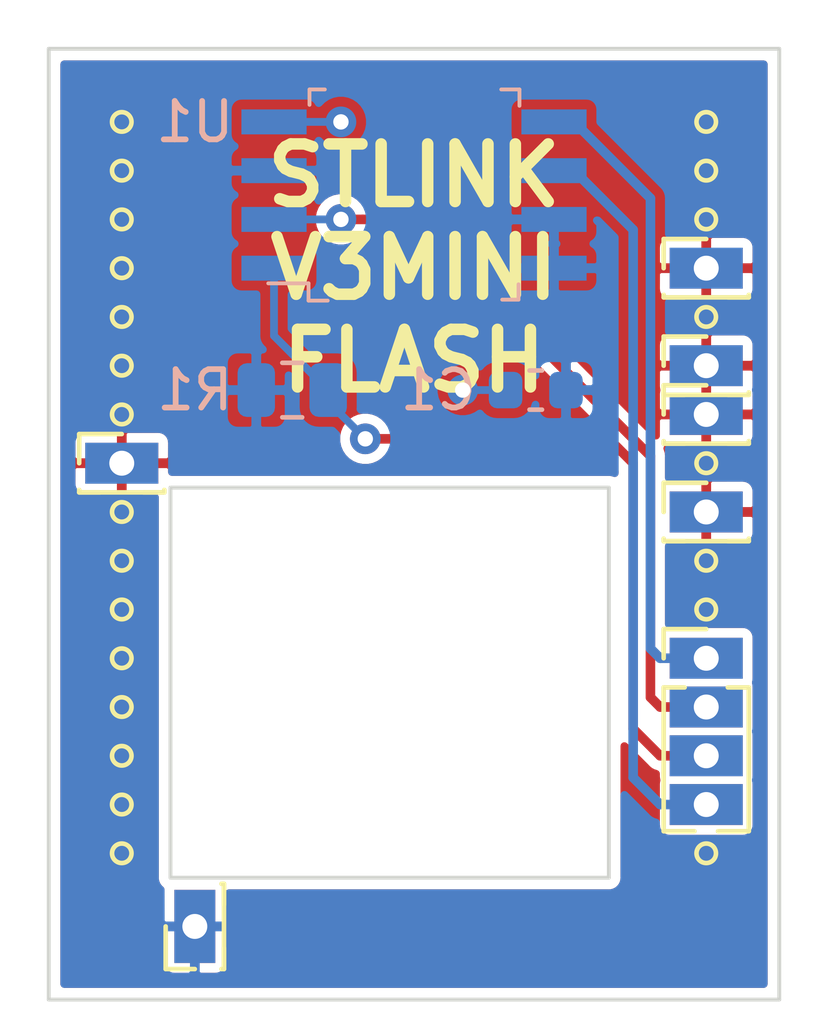
<source format=kicad_pcb>
(kicad_pcb (version 20171130) (host pcbnew 5.1.4+dfsg1-1~bpo10+1)

  (general
    (thickness 1.6)
    (drawings 32)
    (tracks 33)
    (zones 0)
    (modules 10)
    (nets 7)
  )

  (page A4)
  (layers
    (0 F.Cu signal)
    (31 B.Cu signal)
    (32 B.Adhes user)
    (33 F.Adhes user)
    (34 B.Paste user)
    (35 F.Paste user)
    (36 B.SilkS user)
    (37 F.SilkS user)
    (38 B.Mask user)
    (39 F.Mask user)
    (40 Dwgs.User user)
    (41 Cmts.User user)
    (42 Eco1.User user)
    (43 Eco2.User user)
    (44 Edge.Cuts user)
    (45 Margin user)
    (46 B.CrtYd user)
    (47 F.CrtYd user)
    (48 B.Fab user)
    (49 F.Fab user hide)
  )

  (setup
    (last_trace_width 0.25)
    (user_trace_width 0.2032)
    (trace_clearance 0.2)
    (zone_clearance 0.254)
    (zone_45_only no)
    (trace_min 0.2)
    (via_size 0.8)
    (via_drill 0.4)
    (via_min_size 0.4)
    (via_min_drill 0.3)
    (uvia_size 0.3)
    (uvia_drill 0.1)
    (uvias_allowed no)
    (uvia_min_size 0.2)
    (uvia_min_drill 0.1)
    (edge_width 0.05)
    (segment_width 0.2)
    (pcb_text_width 0.3)
    (pcb_text_size 1.5 1.5)
    (mod_edge_width 0.12)
    (mod_text_size 1 1)
    (mod_text_width 0.15)
    (pad_size 1.905 1.0668)
    (pad_drill 0.65)
    (pad_to_mask_clearance 0.051)
    (solder_mask_min_width 0.25)
    (aux_axis_origin 0 0)
    (visible_elements 7FFFFFFF)
    (pcbplotparams
      (layerselection 0x010f0_ffffffff)
      (usegerberextensions false)
      (usegerberattributes false)
      (usegerberadvancedattributes false)
      (creategerberjobfile false)
      (excludeedgelayer true)
      (linewidth 0.100000)
      (plotframeref false)
      (viasonmask false)
      (mode 1)
      (useauxorigin false)
      (hpglpennumber 1)
      (hpglpenspeed 20)
      (hpglpendiameter 15.000000)
      (psnegative false)
      (psa4output false)
      (plotreference true)
      (plotvalue true)
      (plotinvisibletext false)
      (padsonsilk false)
      (subtractmaskfromsilk false)
      (outputformat 1)
      (mirror false)
      (drillshape 0)
      (scaleselection 1)
      (outputdirectory "gerber"))
  )

  (net 0 "")
  (net 1 GND)
  (net 2 +3V3)
  (net 3 /SPI4_SCK)
  (net 4 /~FLASH_CS~)
  (net 5 /SPI4_MISO)
  (net 6 /SPI4_MOSI)

  (net_class Default "This is the default net class."
    (clearance 0.2)
    (trace_width 0.25)
    (via_dia 0.8)
    (via_drill 0.4)
    (uvia_dia 0.3)
    (uvia_drill 0.1)
    (add_net +3V3)
    (add_net /SPI4_MISO)
    (add_net /SPI4_MOSI)
    (add_net /SPI4_SCK)
    (add_net /~FLASH_CS~)
    (add_net GND)
  )

  (module Connector_PinHeader_1.27mm:PinHeader_1x01_P1.27mm_Vertical (layer F.Cu) (tedit 5F033DAF) (tstamp 5F034452)
    (at 85.09 65.405 90)
    (descr "Through hole straight pin header, 1x01, 1.27mm pitch, single row")
    (tags "Through hole pin header THT 1x01 1.27mm single row")
    (path /5F063D51)
    (fp_text reference J3 (at 0 -1.695 180) (layer F.SilkS) hide
      (effects (font (size 1 1) (thickness 0.15)))
    )
    (fp_text value Conn_01x01 (at 0 1.695 90) (layer F.Fab)
      (effects (font (size 1 1) (thickness 0.15)))
    )
    (fp_text user %R (at 0 0) (layer F.Fab)
      (effects (font (size 1 1) (thickness 0.15)))
    )
    (fp_line (start 1.55 -1.15) (end -1.55 -1.15) (layer F.CrtYd) (width 0.05))
    (fp_line (start 1.55 1.15) (end 1.55 -1.15) (layer F.CrtYd) (width 0.05))
    (fp_line (start -1.55 1.15) (end 1.55 1.15) (layer F.CrtYd) (width 0.05))
    (fp_line (start -1.55 -1.15) (end -1.55 1.15) (layer F.CrtYd) (width 0.05))
    (fp_line (start -1.11 -0.76) (end 0 -0.76) (layer F.SilkS) (width 0.12))
    (fp_line (start -1.11 0) (end -1.11 -0.76) (layer F.SilkS) (width 0.12))
    (fp_line (start 0.563471 0.76) (end 1.11 0.76) (layer F.SilkS) (width 0.12))
    (fp_line (start -1.11 0.76) (end -0.563471 0.76) (layer F.SilkS) (width 0.12))
    (fp_line (start 1.11 0.76) (end 1.11 0.695) (layer F.SilkS) (width 0.12))
    (fp_line (start -1.11 0.76) (end -1.11 0.695) (layer F.SilkS) (width 0.12))
    (fp_line (start -1.11 0.76) (end 1.11 0.76) (layer F.SilkS) (width 0.12))
    (fp_line (start -1.05 -0.11) (end -0.525 -0.635) (layer F.Fab) (width 0.1))
    (fp_line (start -1.05 0.635) (end -1.05 -0.11) (layer F.Fab) (width 0.1))
    (fp_line (start 1.05 0.635) (end -1.05 0.635) (layer F.Fab) (width 0.1))
    (fp_line (start 1.05 -0.635) (end 1.05 0.635) (layer F.Fab) (width 0.1))
    (fp_line (start -0.525 -0.635) (end 1.05 -0.635) (layer F.Fab) (width 0.1))
    (pad 1 thru_hole rect (at 0 0 90) (size 1.905 1.0668) (drill 0.65) (layers *.Cu *.Mask)
      (net 2 +3V3))
    (model ${KISYS3DMOD}/Connector_PinHeader_1.27mm.3dshapes/PinHeader_1x01_P1.27mm_Vertical.wrl
      (at (xyz 0 0 0))
      (scale (xyz 1 1 1))
      (rotate (xyz 0 0 0))
    )
  )

  (module Connector_PinHeader_1.27mm:PinHeader_1x01_P1.27mm_Vertical (layer F.Cu) (tedit 5F033DA0) (tstamp 5F03324F)
    (at 83.185 53.34)
    (descr "Through hole straight pin header, 1x01, 1.27mm pitch, single row")
    (tags "Through hole pin header THT 1x01 1.27mm single row")
    (path /5F05103E)
    (fp_text reference J9 (at 0 -1.695) (layer F.SilkS) hide
      (effects (font (size 1 1) (thickness 0.15)))
    )
    (fp_text value Conn_01x01 (at 0 1.695) (layer F.Fab)
      (effects (font (size 1 1) (thickness 0.15)))
    )
    (fp_text user %R (at 0 0 90) (layer F.Fab)
      (effects (font (size 1 1) (thickness 0.15)))
    )
    (fp_line (start 1.55 -1.15) (end -1.55 -1.15) (layer F.CrtYd) (width 0.05))
    (fp_line (start 1.55 1.15) (end 1.55 -1.15) (layer F.CrtYd) (width 0.05))
    (fp_line (start -1.55 1.15) (end 1.55 1.15) (layer F.CrtYd) (width 0.05))
    (fp_line (start -1.55 -1.15) (end -1.55 1.15) (layer F.CrtYd) (width 0.05))
    (fp_line (start -1.11 -0.76) (end 0 -0.76) (layer F.SilkS) (width 0.12))
    (fp_line (start -1.11 0) (end -1.11 -0.76) (layer F.SilkS) (width 0.12))
    (fp_line (start 0.563471 0.76) (end 1.11 0.76) (layer F.SilkS) (width 0.12))
    (fp_line (start -1.11 0.76) (end -0.563471 0.76) (layer F.SilkS) (width 0.12))
    (fp_line (start 1.11 0.76) (end 1.11 0.695) (layer F.SilkS) (width 0.12))
    (fp_line (start -1.11 0.76) (end -1.11 0.695) (layer F.SilkS) (width 0.12))
    (fp_line (start -1.11 0.76) (end 1.11 0.76) (layer F.SilkS) (width 0.12))
    (fp_line (start -1.05 -0.11) (end -0.525 -0.635) (layer F.Fab) (width 0.1))
    (fp_line (start -1.05 0.635) (end -1.05 -0.11) (layer F.Fab) (width 0.1))
    (fp_line (start 1.05 0.635) (end -1.05 0.635) (layer F.Fab) (width 0.1))
    (fp_line (start 1.05 -0.635) (end 1.05 0.635) (layer F.Fab) (width 0.1))
    (fp_line (start -0.525 -0.635) (end 1.05 -0.635) (layer F.Fab) (width 0.1))
    (pad 1 thru_hole rect (at 0 0) (size 1.905 1.0668) (drill 0.65) (layers *.Cu *.Mask)
      (net 1 GND))
    (model ${KISYS3DMOD}/Connector_PinHeader_1.27mm.3dshapes/PinHeader_1x01_P1.27mm_Vertical.wrl
      (at (xyz 0 0 0))
      (scale (xyz 1 1 1))
      (rotate (xyz 0 0 0))
    )
  )

  (module Connector_PinHeader_1.27mm:PinHeader_1x01_P1.27mm_Vertical (layer F.Cu) (tedit 5F033D6B) (tstamp 5F033210)
    (at 98.425 52.07)
    (descr "Through hole straight pin header, 1x01, 1.27mm pitch, single row")
    (tags "Through hole pin header THT 1x01 1.27mm single row")
    (path /5F050BC8)
    (fp_text reference J8 (at 0 -1.695) (layer F.SilkS) hide
      (effects (font (size 1 1) (thickness 0.15)))
    )
    (fp_text value Conn_01x01 (at 0 1.695) (layer F.Fab)
      (effects (font (size 1 1) (thickness 0.15)))
    )
    (fp_text user %R (at 0 0 90) (layer F.Fab)
      (effects (font (size 1 1) (thickness 0.15)))
    )
    (fp_line (start 1.55 -1.15) (end -1.55 -1.15) (layer F.CrtYd) (width 0.05))
    (fp_line (start 1.55 1.15) (end 1.55 -1.15) (layer F.CrtYd) (width 0.05))
    (fp_line (start -1.55 1.15) (end 1.55 1.15) (layer F.CrtYd) (width 0.05))
    (fp_line (start -1.55 -1.15) (end -1.55 1.15) (layer F.CrtYd) (width 0.05))
    (fp_line (start -1.11 -0.76) (end 0 -0.76) (layer F.SilkS) (width 0.12))
    (fp_line (start -1.11 0) (end -1.11 -0.76) (layer F.SilkS) (width 0.12))
    (fp_line (start 0.563471 0.76) (end 1.11 0.76) (layer F.SilkS) (width 0.12))
    (fp_line (start -1.11 0.76) (end -0.563471 0.76) (layer F.SilkS) (width 0.12))
    (fp_line (start 1.11 0.76) (end 1.11 0.695) (layer F.SilkS) (width 0.12))
    (fp_line (start -1.11 0.76) (end -1.11 0.695) (layer F.SilkS) (width 0.12))
    (fp_line (start -1.11 0.76) (end 1.11 0.76) (layer F.SilkS) (width 0.12))
    (fp_line (start -1.05 -0.11) (end -0.525 -0.635) (layer F.Fab) (width 0.1))
    (fp_line (start -1.05 0.635) (end -1.05 -0.11) (layer F.Fab) (width 0.1))
    (fp_line (start 1.05 0.635) (end -1.05 0.635) (layer F.Fab) (width 0.1))
    (fp_line (start 1.05 -0.635) (end 1.05 0.635) (layer F.Fab) (width 0.1))
    (fp_line (start -0.525 -0.635) (end 1.05 -0.635) (layer F.Fab) (width 0.1))
    (pad 1 thru_hole rect (at 0 0) (size 1.905 1.0668) (drill 0.65) (layers *.Cu *.Mask)
      (net 1 GND))
    (model ${KISYS3DMOD}/Connector_PinHeader_1.27mm.3dshapes/PinHeader_1x01_P1.27mm_Vertical.wrl
      (at (xyz 0 0 0))
      (scale (xyz 1 1 1))
      (rotate (xyz 0 0 0))
    )
  )

  (module Connector_PinHeader_1.27mm:PinHeader_1x01_P1.27mm_Vertical (layer F.Cu) (tedit 5F033D7D) (tstamp 5F03330C)
    (at 98.425 50.8)
    (descr "Through hole straight pin header, 1x01, 1.27mm pitch, single row")
    (tags "Through hole pin header THT 1x01 1.27mm single row")
    (path /5F05078E)
    (fp_text reference J7 (at 0 -1.695) (layer F.SilkS) hide
      (effects (font (size 1 1) (thickness 0.15)))
    )
    (fp_text value Conn_01x01 (at 0 1.695) (layer F.Fab)
      (effects (font (size 1 1) (thickness 0.15)))
    )
    (fp_text user %R (at 0 0 90) (layer F.Fab)
      (effects (font (size 1 1) (thickness 0.15)))
    )
    (fp_line (start 1.55 -1.15) (end -1.55 -1.15) (layer F.CrtYd) (width 0.05))
    (fp_line (start 1.55 1.15) (end 1.55 -1.15) (layer F.CrtYd) (width 0.05))
    (fp_line (start -1.55 1.15) (end 1.55 1.15) (layer F.CrtYd) (width 0.05))
    (fp_line (start -1.55 -1.15) (end -1.55 1.15) (layer F.CrtYd) (width 0.05))
    (fp_line (start -1.11 -0.76) (end 0 -0.76) (layer F.SilkS) (width 0.12))
    (fp_line (start -1.11 0) (end -1.11 -0.76) (layer F.SilkS) (width 0.12))
    (fp_line (start 0.563471 0.76) (end 1.11 0.76) (layer F.SilkS) (width 0.12))
    (fp_line (start -1.11 0.76) (end -0.563471 0.76) (layer F.SilkS) (width 0.12))
    (fp_line (start 1.11 0.76) (end 1.11 0.695) (layer F.SilkS) (width 0.12))
    (fp_line (start -1.11 0.76) (end -1.11 0.695) (layer F.SilkS) (width 0.12))
    (fp_line (start -1.11 0.76) (end 1.11 0.76) (layer F.SilkS) (width 0.12))
    (fp_line (start -1.05 -0.11) (end -0.525 -0.635) (layer F.Fab) (width 0.1))
    (fp_line (start -1.05 0.635) (end -1.05 -0.11) (layer F.Fab) (width 0.1))
    (fp_line (start 1.05 0.635) (end -1.05 0.635) (layer F.Fab) (width 0.1))
    (fp_line (start 1.05 -0.635) (end 1.05 0.635) (layer F.Fab) (width 0.1))
    (fp_line (start -0.525 -0.635) (end 1.05 -0.635) (layer F.Fab) (width 0.1))
    (pad 1 thru_hole rect (at 0 0) (size 1.905 1.0668) (drill 0.65) (layers *.Cu *.Mask)
      (net 1 GND))
    (model ${KISYS3DMOD}/Connector_PinHeader_1.27mm.3dshapes/PinHeader_1x01_P1.27mm_Vertical.wrl
      (at (xyz 0 0 0))
      (scale (xyz 1 1 1))
      (rotate (xyz 0 0 0))
    )
  )

  (module Connector_PinHeader_1.27mm:PinHeader_1x01_P1.27mm_Vertical (layer F.Cu) (tedit 5F033D59) (tstamp 5F0332CD)
    (at 98.425 54.61)
    (descr "Through hole straight pin header, 1x01, 1.27mm pitch, single row")
    (tags "Through hole pin header THT 1x01 1.27mm single row")
    (path /5F0502A2)
    (fp_text reference J6 (at 0 -1.695) (layer F.SilkS) hide
      (effects (font (size 1 1) (thickness 0.15)))
    )
    (fp_text value Conn_01x01 (at 0 1.695) (layer F.Fab)
      (effects (font (size 1 1) (thickness 0.15)))
    )
    (fp_text user %R (at 0 0 90) (layer F.Fab)
      (effects (font (size 1 1) (thickness 0.15)))
    )
    (fp_line (start 1.55 -1.15) (end -1.55 -1.15) (layer F.CrtYd) (width 0.05))
    (fp_line (start 1.55 1.15) (end 1.55 -1.15) (layer F.CrtYd) (width 0.05))
    (fp_line (start -1.55 1.15) (end 1.55 1.15) (layer F.CrtYd) (width 0.05))
    (fp_line (start -1.55 -1.15) (end -1.55 1.15) (layer F.CrtYd) (width 0.05))
    (fp_line (start -1.11 -0.76) (end 0 -0.76) (layer F.SilkS) (width 0.12))
    (fp_line (start -1.11 0) (end -1.11 -0.76) (layer F.SilkS) (width 0.12))
    (fp_line (start 0.563471 0.76) (end 1.11 0.76) (layer F.SilkS) (width 0.12))
    (fp_line (start -1.11 0.76) (end -0.563471 0.76) (layer F.SilkS) (width 0.12))
    (fp_line (start 1.11 0.76) (end 1.11 0.695) (layer F.SilkS) (width 0.12))
    (fp_line (start -1.11 0.76) (end -1.11 0.695) (layer F.SilkS) (width 0.12))
    (fp_line (start -1.11 0.76) (end 1.11 0.76) (layer F.SilkS) (width 0.12))
    (fp_line (start -1.05 -0.11) (end -0.525 -0.635) (layer F.Fab) (width 0.1))
    (fp_line (start -1.05 0.635) (end -1.05 -0.11) (layer F.Fab) (width 0.1))
    (fp_line (start 1.05 0.635) (end -1.05 0.635) (layer F.Fab) (width 0.1))
    (fp_line (start 1.05 -0.635) (end 1.05 0.635) (layer F.Fab) (width 0.1))
    (fp_line (start -0.525 -0.635) (end 1.05 -0.635) (layer F.Fab) (width 0.1))
    (pad 1 thru_hole rect (at 0 0) (size 1.905 1.0668) (drill 0.65) (layers *.Cu *.Mask)
      (net 1 GND))
    (model ${KISYS3DMOD}/Connector_PinHeader_1.27mm.3dshapes/PinHeader_1x01_P1.27mm_Vertical.wrl
      (at (xyz 0 0 0))
      (scale (xyz 1 1 1))
      (rotate (xyz 0 0 0))
    )
  )

  (module Connector_PinHeader_1.27mm:PinHeader_1x01_P1.27mm_Vertical (layer F.Cu) (tedit 5F033D8B) (tstamp 5F03328E)
    (at 98.425 48.26)
    (descr "Through hole straight pin header, 1x01, 1.27mm pitch, single row")
    (tags "Through hole pin header THT 1x01 1.27mm single row")
    (path /5F050065)
    (fp_text reference J5 (at 0 -1.695) (layer F.SilkS) hide
      (effects (font (size 1 1) (thickness 0.15)))
    )
    (fp_text value Conn_01x01 (at 0 1.695) (layer F.Fab)
      (effects (font (size 1 1) (thickness 0.15)))
    )
    (fp_text user %R (at 0 0 90) (layer F.Fab)
      (effects (font (size 1 1) (thickness 0.15)))
    )
    (fp_line (start 1.55 -1.15) (end -1.55 -1.15) (layer F.CrtYd) (width 0.05))
    (fp_line (start 1.55 1.15) (end 1.55 -1.15) (layer F.CrtYd) (width 0.05))
    (fp_line (start -1.55 1.15) (end 1.55 1.15) (layer F.CrtYd) (width 0.05))
    (fp_line (start -1.55 -1.15) (end -1.55 1.15) (layer F.CrtYd) (width 0.05))
    (fp_line (start -1.11 -0.76) (end 0 -0.76) (layer F.SilkS) (width 0.12))
    (fp_line (start -1.11 0) (end -1.11 -0.76) (layer F.SilkS) (width 0.12))
    (fp_line (start 0.563471 0.76) (end 1.11 0.76) (layer F.SilkS) (width 0.12))
    (fp_line (start -1.11 0.76) (end -0.563471 0.76) (layer F.SilkS) (width 0.12))
    (fp_line (start 1.11 0.76) (end 1.11 0.695) (layer F.SilkS) (width 0.12))
    (fp_line (start -1.11 0.76) (end -1.11 0.695) (layer F.SilkS) (width 0.12))
    (fp_line (start -1.11 0.76) (end 1.11 0.76) (layer F.SilkS) (width 0.12))
    (fp_line (start -1.05 -0.11) (end -0.525 -0.635) (layer F.Fab) (width 0.1))
    (fp_line (start -1.05 0.635) (end -1.05 -0.11) (layer F.Fab) (width 0.1))
    (fp_line (start 1.05 0.635) (end -1.05 0.635) (layer F.Fab) (width 0.1))
    (fp_line (start 1.05 -0.635) (end 1.05 0.635) (layer F.Fab) (width 0.1))
    (fp_line (start -0.525 -0.635) (end 1.05 -0.635) (layer F.Fab) (width 0.1))
    (pad 1 thru_hole rect (at 0 0) (size 1.905 1.0668) (drill 0.65) (layers *.Cu *.Mask)
      (net 1 GND))
    (model ${KISYS3DMOD}/Connector_PinHeader_1.27mm.3dshapes/PinHeader_1x01_P1.27mm_Vertical.wrl
      (at (xyz 0 0 0))
      (scale (xyz 1 1 1))
      (rotate (xyz 0 0 0))
    )
  )

  (module Connector_PinHeader_1.27mm:PinHeader_1x04_P1.27mm_Vertical (layer F.Cu) (tedit 5F033D46) (tstamp 5F030B0D)
    (at 98.425 58.42)
    (descr "Through hole straight pin header, 1x04, 1.27mm pitch, single row")
    (tags "Through hole pin header THT 1x04 1.27mm single row")
    (path /5F04C5AE)
    (fp_text reference J1 (at -1.27 -1.905) (layer F.SilkS) hide
      (effects (font (size 1 1) (thickness 0.15)))
    )
    (fp_text value Conn_01x04 (at 0 5.505) (layer F.Fab)
      (effects (font (size 1 1) (thickness 0.15)))
    )
    (fp_text user %R (at 0 1.905 90) (layer F.Fab)
      (effects (font (size 1 1) (thickness 0.15)))
    )
    (fp_line (start 1.55 -1.15) (end -1.55 -1.15) (layer F.CrtYd) (width 0.05))
    (fp_line (start 1.55 4.95) (end 1.55 -1.15) (layer F.CrtYd) (width 0.05))
    (fp_line (start -1.55 4.95) (end 1.55 4.95) (layer F.CrtYd) (width 0.05))
    (fp_line (start -1.55 -1.15) (end -1.55 4.95) (layer F.CrtYd) (width 0.05))
    (fp_line (start -1.11 -0.76) (end 0 -0.76) (layer F.SilkS) (width 0.12))
    (fp_line (start -1.11 0) (end -1.11 -0.76) (layer F.SilkS) (width 0.12))
    (fp_line (start 0.563471 0.76) (end 1.11 0.76) (layer F.SilkS) (width 0.12))
    (fp_line (start -1.11 0.76) (end -0.563471 0.76) (layer F.SilkS) (width 0.12))
    (fp_line (start 1.11 0.76) (end 1.11 4.505) (layer F.SilkS) (width 0.12))
    (fp_line (start -1.11 0.76) (end -1.11 4.505) (layer F.SilkS) (width 0.12))
    (fp_line (start 0.30753 4.505) (end 1.11 4.505) (layer F.SilkS) (width 0.12))
    (fp_line (start -1.11 4.505) (end -0.30753 4.505) (layer F.SilkS) (width 0.12))
    (fp_line (start -1.05 -0.11) (end -0.525 -0.635) (layer F.Fab) (width 0.1))
    (fp_line (start -1.05 4.445) (end -1.05 -0.11) (layer F.Fab) (width 0.1))
    (fp_line (start 1.05 4.445) (end -1.05 4.445) (layer F.Fab) (width 0.1))
    (fp_line (start 1.05 -0.635) (end 1.05 4.445) (layer F.Fab) (width 0.1))
    (fp_line (start -0.525 -0.635) (end 1.05 -0.635) (layer F.Fab) (width 0.1))
    (pad 4 thru_hole rect (at 0 3.81) (size 1.905 1.0668) (drill 0.65) (layers *.Cu *.Mask)
      (net 3 /SPI4_SCK))
    (pad 3 thru_hole rect (at 0 2.54) (size 1.905 1.0668) (drill 0.65) (layers *.Cu *.Mask)
      (net 4 /~FLASH_CS~))
    (pad 2 thru_hole rect (at 0 1.27) (size 1.905 1.0668) (drill 0.65) (layers *.Cu *.Mask)
      (net 5 /SPI4_MISO))
    (pad 1 thru_hole rect (at 0 0) (size 1.905 1.0668) (drill 0.65) (layers *.Cu *.Mask)
      (net 6 /SPI4_MOSI))
    (model ${KISYS3DMOD}/Connector_PinHeader_1.27mm.3dshapes/PinHeader_1x04_P1.27mm_Vertical.wrl
      (at (xyz 0 0 0))
      (scale (xyz 1 1 1))
      (rotate (xyz 0 0 0))
    )
  )

  (module Capacitor_SMD:C_0603_1608Metric (layer B.Cu) (tedit 5B301BBE) (tstamp 5EE5D000)
    (at 93.98 51.435 180)
    (descr "Capacitor SMD 0603 (1608 Metric), square (rectangular) end terminal, IPC_7351 nominal, (Body size source: http://www.tortai-tech.com/upload/download/2011102023233369053.pdf), generated with kicad-footprint-generator")
    (tags capacitor)
    (path /5EE92989)
    (attr smd)
    (fp_text reference C1 (at 2.54 0) (layer B.SilkS)
      (effects (font (size 1 1) (thickness 0.15)) (justify mirror))
    )
    (fp_text value 100n (at 0 -1.43) (layer B.Fab)
      (effects (font (size 1 1) (thickness 0.15)) (justify mirror))
    )
    (fp_text user %R (at 0 0) (layer B.Fab)
      (effects (font (size 0.4 0.4) (thickness 0.06)) (justify mirror))
    )
    (fp_line (start 1.48 -0.73) (end -1.48 -0.73) (layer B.CrtYd) (width 0.05))
    (fp_line (start 1.48 0.73) (end 1.48 -0.73) (layer B.CrtYd) (width 0.05))
    (fp_line (start -1.48 0.73) (end 1.48 0.73) (layer B.CrtYd) (width 0.05))
    (fp_line (start -1.48 -0.73) (end -1.48 0.73) (layer B.CrtYd) (width 0.05))
    (fp_line (start -0.162779 -0.51) (end 0.162779 -0.51) (layer B.SilkS) (width 0.12))
    (fp_line (start -0.162779 0.51) (end 0.162779 0.51) (layer B.SilkS) (width 0.12))
    (fp_line (start 0.8 -0.4) (end -0.8 -0.4) (layer B.Fab) (width 0.1))
    (fp_line (start 0.8 0.4) (end 0.8 -0.4) (layer B.Fab) (width 0.1))
    (fp_line (start -0.8 0.4) (end 0.8 0.4) (layer B.Fab) (width 0.1))
    (fp_line (start -0.8 -0.4) (end -0.8 0.4) (layer B.Fab) (width 0.1))
    (pad 2 smd roundrect (at 0.7875 0 180) (size 0.875 0.95) (layers B.Cu B.Paste B.Mask) (roundrect_rratio 0.25)
      (net 1 GND))
    (pad 1 smd roundrect (at -0.7875 0 180) (size 0.875 0.95) (layers B.Cu B.Paste B.Mask) (roundrect_rratio 0.25)
      (net 2 +3V3))
    (model ${KISYS3DMOD}/Capacitor_SMD.3dshapes/C_0603_1608Metric.wrl
      (at (xyz 0 0 0))
      (scale (xyz 1 1 1))
      (rotate (xyz 0 0 0))
    )
  )

  (module Resistor_SMD:R_0805_2012Metric (layer B.Cu) (tedit 5B36C52B) (tstamp 5EE5CBEB)
    (at 87.63 51.435)
    (descr "Resistor SMD 0805 (2012 Metric), square (rectangular) end terminal, IPC_7351 nominal, (Body size source: https://docs.google.com/spreadsheets/d/1BsfQQcO9C6DZCsRaXUlFlo91Tg2WpOkGARC1WS5S8t0/edit?usp=sharing), generated with kicad-footprint-generator")
    (tags resistor)
    (path /5EE7A06F)
    (attr smd)
    (fp_text reference R1 (at -2.54 0) (layer B.SilkS)
      (effects (font (size 1 1) (thickness 0.15)) (justify mirror))
    )
    (fp_text value 4k7 (at 0 -1.65) (layer B.Fab)
      (effects (font (size 1 1) (thickness 0.15)) (justify mirror))
    )
    (fp_text user %R (at 0 0) (layer B.Fab)
      (effects (font (size 0.5 0.5) (thickness 0.08)) (justify mirror))
    )
    (fp_line (start 1.68 -0.95) (end -1.68 -0.95) (layer B.CrtYd) (width 0.05))
    (fp_line (start 1.68 0.95) (end 1.68 -0.95) (layer B.CrtYd) (width 0.05))
    (fp_line (start -1.68 0.95) (end 1.68 0.95) (layer B.CrtYd) (width 0.05))
    (fp_line (start -1.68 -0.95) (end -1.68 0.95) (layer B.CrtYd) (width 0.05))
    (fp_line (start -0.258578 -0.71) (end 0.258578 -0.71) (layer B.SilkS) (width 0.12))
    (fp_line (start -0.258578 0.71) (end 0.258578 0.71) (layer B.SilkS) (width 0.12))
    (fp_line (start 1 -0.6) (end -1 -0.6) (layer B.Fab) (width 0.1))
    (fp_line (start 1 0.6) (end 1 -0.6) (layer B.Fab) (width 0.1))
    (fp_line (start -1 0.6) (end 1 0.6) (layer B.Fab) (width 0.1))
    (fp_line (start -1 -0.6) (end -1 0.6) (layer B.Fab) (width 0.1))
    (pad 2 smd roundrect (at 0.9375 0) (size 0.975 1.4) (layers B.Cu B.Paste B.Mask) (roundrect_rratio 0.25)
      (net 4 /~FLASH_CS~))
    (pad 1 smd roundrect (at -0.9375 0) (size 0.975 1.4) (layers B.Cu B.Paste B.Mask) (roundrect_rratio 0.25)
      (net 2 +3V3))
    (model ${KISYS3DMOD}/Resistor_SMD.3dshapes/R_0805_2012Metric.wrl
      (at (xyz 0 0 0))
      (scale (xyz 1 1 1))
      (rotate (xyz 0 0 0))
    )
    (model ${KISYS3DMOD}/Resistor_SMD.3dshapes/R_0603_1608Metric.step
      (at (xyz 0 0 0))
      (scale (xyz 1 1 1))
      (rotate (xyz 0 0 0))
    )
  )

  (module digikey-footprints:SOIC-8_W5.6mm (layer B.Cu) (tedit 5D28A58E) (tstamp 5EE53E4A)
    (at 90.805 46.355 90)
    (path /5EE56E4D)
    (attr smd)
    (fp_text reference U1 (at 1.905 -5.715 180) (layer B.SilkS)
      (effects (font (size 1 1) (thickness 0.15)) (justify mirror))
    )
    (fp_text value W25Q128JVSSIQ_TR (at 3.81 -0.635 180) (layer B.Fab)
      (effects (font (size 1 1) (thickness 0.15)) (justify mirror))
    )
    (fp_line (start -2.63 2.625) (end 2.63 2.625) (layer B.Fab) (width 0.1))
    (fp_line (start 2.63 2.625) (end 2.63 -2.625) (layer B.Fab) (width 0.1))
    (fp_line (start -2.63 -2.625) (end 2.63 -2.625) (layer B.Fab) (width 0.1))
    (fp_line (start -2.63 2.625) (end -2.63 -2.625) (layer B.Fab) (width 0.1))
    (fp_text user %R (at 0 0 270) (layer B.Fab)
      (effects (font (size 1 1) (thickness 0.15)) (justify mirror))
    )
    (fp_line (start -2.725 2.725) (end -2.325 2.725) (layer B.SilkS) (width 0.1))
    (fp_line (start -2.725 2.725) (end -2.725 2.3) (layer B.SilkS) (width 0.1))
    (fp_line (start 2.75 2.75) (end 2.325 2.75) (layer B.SilkS) (width 0.1))
    (fp_line (start 2.75 2.75) (end 2.75 2.275) (layer B.SilkS) (width 0.1))
    (fp_line (start 2.75 -2.725) (end 2.75 -2.325) (layer B.SilkS) (width 0.1))
    (fp_line (start 2.75 -2.725) (end 2.35 -2.725) (layer B.SilkS) (width 0.1))
    (fp_line (start -2.3 -2.75) (end -2.3 -3.8) (layer B.SilkS) (width 0.1))
    (fp_line (start -2.75 -2.75) (end -2.3 -2.75) (layer B.SilkS) (width 0.1))
    (fp_line (start -2.75 -2.25) (end -2.75 -2.75) (layer B.SilkS) (width 0.1))
    (fp_line (start 2.88 4.75) (end -2.88 4.75) (layer B.CrtYd) (width 0.05))
    (fp_line (start 2.88 4.75) (end 2.88 -4.75) (layer B.CrtYd) (width 0.05))
    (fp_line (start -2.88 4.75) (end -2.88 -4.75) (layer B.CrtYd) (width 0.05))
    (fp_line (start 2.88 -4.75) (end -2.88 -4.75) (layer B.CrtYd) (width 0.05))
    (pad 8 smd rect (at -1.905 3.65 90) (size 0.65 1.7) (layers B.Cu B.Paste B.Mask)
      (net 2 +3V3))
    (pad 7 smd rect (at -0.635 3.65 90) (size 0.65 1.7) (layers B.Cu B.Paste B.Mask)
      (net 2 +3V3))
    (pad 6 smd rect (at 0.635 3.65 90) (size 0.65 1.7) (layers B.Cu B.Paste B.Mask)
      (net 3 /SPI4_SCK))
    (pad 5 smd rect (at 1.905 3.65 90) (size 0.65 1.7) (layers B.Cu B.Paste B.Mask)
      (net 6 /SPI4_MOSI))
    (pad 4 smd rect (at 1.905 -3.65 90) (size 0.65 1.7) (layers B.Cu B.Paste B.Mask)
      (net 1 GND))
    (pad 3 smd rect (at 0.635 -3.65 90) (size 0.65 1.7) (layers B.Cu B.Paste B.Mask)
      (net 2 +3V3))
    (pad 2 smd rect (at -0.635 -3.65 90) (size 0.65 1.7) (layers B.Cu B.Paste B.Mask)
      (net 5 /SPI4_MISO))
    (pad 1 smd rect (at -1.905 -3.65 90) (size 0.65 1.7) (layers B.Cu B.Paste B.Mask)
      (net 4 /~FLASH_CS~))
    (model ${KISYS3DMOD}/Package_SO.3dshapes/SOIJ-8_5.3x5.3mm_P1.27mm.step
      (at (xyz 0 0 0))
      (scale (xyz 1 1 1))
      (rotate (xyz 0 0 90))
    )
  )

  (gr_circle (center 98.425 45.72) (end 98.679 45.72) (layer F.SilkS) (width 0.12) (tstamp 5F032144))
  (gr_circle (center 98.425 46.99) (end 98.679 46.99) (layer F.SilkS) (width 0.12) (tstamp 5F032144))
  (gr_circle (center 98.425 49.53) (end 98.679 49.53) (layer F.SilkS) (width 0.12) (tstamp 5F032144))
  (gr_circle (center 98.425 53.34) (end 98.679 53.34) (layer F.SilkS) (width 0.12) (tstamp 5F032144))
  (gr_circle (center 98.425 55.88) (end 98.679 55.88) (layer F.SilkS) (width 0.12) (tstamp 5F032144))
  (gr_circle (center 98.425 57.15) (end 98.679 57.15) (layer F.SilkS) (width 0.12) (tstamp 5F032144))
  (gr_circle (center 83.185 45.72) (end 83.439 45.72) (layer F.SilkS) (width 0.12) (tstamp 5F032144))
  (gr_circle (center 83.185 46.99) (end 83.439 46.99) (layer F.SilkS) (width 0.12) (tstamp 5F032144))
  (gr_circle (center 83.185 48.26) (end 83.439 48.26) (layer F.SilkS) (width 0.12) (tstamp 5F032144))
  (gr_circle (center 83.185 49.53) (end 83.439 49.53) (layer F.SilkS) (width 0.12) (tstamp 5F032144))
  (gr_circle (center 83.185 50.8) (end 83.439 50.8) (layer F.SilkS) (width 0.12) (tstamp 5F032144))
  (gr_circle (center 83.185 52.07) (end 83.439 52.07) (layer F.SilkS) (width 0.12) (tstamp 5F032144))
  (gr_circle (center 83.185 54.61) (end 83.439 54.61) (layer F.SilkS) (width 0.12) (tstamp 5F032144))
  (gr_circle (center 83.185 55.88) (end 83.439 55.88) (layer F.SilkS) (width 0.12) (tstamp 5F032144))
  (gr_circle (center 83.185 57.15) (end 83.439 57.15) (layer F.SilkS) (width 0.12) (tstamp 5F032144))
  (gr_circle (center 83.185 58.42) (end 83.439 58.42) (layer F.SilkS) (width 0.12) (tstamp 5F032144))
  (gr_circle (center 83.185 59.69) (end 83.439 59.69) (layer F.SilkS) (width 0.12) (tstamp 5F032144))
  (gr_circle (center 83.185 60.96) (end 83.439 60.96) (layer F.SilkS) (width 0.12) (tstamp 5F032144))
  (gr_circle (center 83.185 62.23) (end 83.439 62.23) (layer F.SilkS) (width 0.12) (tstamp 5F032144))
  (gr_circle (center 98.425 44.45) (end 98.679 44.45) (layer F.SilkS) (width 0.12) (tstamp 5F033775))
  (gr_circle (center 83.185 44.45) (end 83.439 44.45) (layer F.SilkS) (width 0.12) (tstamp 5F03376A))
  (gr_circle (center 83.185 63.5) (end 83.439 63.5) (layer F.SilkS) (width 0.12) (tstamp 5F033762))
  (gr_circle (center 98.425 63.5) (end 98.679 63.5) (layer F.SilkS) (width 0.12))
  (gr_line (start 84.455 64.135) (end 84.455 53.975) (layer Edge.Cuts) (width 0.1))
  (gr_line (start 95.885 64.135) (end 84.455 64.135) (layer Edge.Cuts) (width 0.1))
  (gr_line (start 95.885 53.975) (end 95.885 64.135) (layer Edge.Cuts) (width 0.1))
  (gr_line (start 84.455 53.975) (end 95.885 53.975) (layer Edge.Cuts) (width 0.1))
  (gr_text "STLINK\nV3MINI\nFLASH" (at 90.805 48.26) (layer F.SilkS) (tstamp 5ECA691B)
    (effects (font (size 1.5 1.5) (thickness 0.3)))
  )
  (gr_line (start 81.28 67.31) (end 81.28 42.545) (layer Edge.Cuts) (width 0.1) (tstamp 5F019A5C))
  (gr_line (start 100.33 67.31) (end 81.28 67.31) (layer Edge.Cuts) (width 0.1))
  (gr_line (start 100.33 42.545) (end 100.33 67.31) (layer Edge.Cuts) (width 0.1) (tstamp 5F019A64))
  (gr_line (start 81.28 42.545) (end 100.33 42.545) (layer Edge.Cuts) (width 0.1))

  (via (at 92.075 51.435) (size 0.8) (drill 0.4) (layers F.Cu B.Cu) (net 1) (tstamp 5F02E123))
  (via (at 88.9 44.45) (size 0.8) (drill 0.4) (layers F.Cu B.Cu) (net 1))
  (segment (start 87.155 44.45) (end 88.9 44.45) (width 0.2032) (layer B.Cu) (net 1))
  (segment (start 93.1925 51.435) (end 92.075 51.435) (width 0.2032) (layer B.Cu) (net 1))
  (segment (start 94.98 45.72) (end 96.52 47.26) (width 0.25) (layer B.Cu) (net 3))
  (segment (start 94.455 45.72) (end 94.98 45.72) (width 0.25) (layer B.Cu) (net 3))
  (segment (start 97.2225 62.23) (end 98.425 62.23) (width 0.25) (layer B.Cu) (net 3))
  (segment (start 96.52 61.5275) (end 97.2225 62.23) (width 0.25) (layer B.Cu) (net 3))
  (segment (start 96.52 47.26) (end 96.52 61.5275) (width 0.25) (layer B.Cu) (net 3))
  (segment (start 87.155 50.0225) (end 88.5675 51.435) (width 0.2032) (layer B.Cu) (net 4))
  (segment (start 87.155 48.26) (end 87.155 50.0225) (width 0.2032) (layer B.Cu) (net 4))
  (segment (start 88.5675 51.435) (end 88.5675 51.435) (width 0.2032) (layer B.Cu) (net 4) (tstamp 5F02E14D))
  (via (at 89.535 52.705) (size 0.8) (drill 0.4) (layers F.Cu B.Cu) (net 4))
  (segment (start 88.5675 51.7375) (end 89.535 52.705) (width 0.2032) (layer B.Cu) (net 4))
  (segment (start 88.5675 51.435) (end 88.5675 51.7375) (width 0.2032) (layer B.Cu) (net 4))
  (segment (start 97.2225 60.96) (end 98.425 60.96) (width 0.25) (layer F.Cu) (net 4))
  (segment (start 96.52 60.2575) (end 97.2225 60.96) (width 0.25) (layer F.Cu) (net 4))
  (segment (start 96.52 53.34) (end 96.52 60.2575) (width 0.25) (layer F.Cu) (net 4))
  (segment (start 89.535 52.705) (end 95.885 52.705) (width 0.25) (layer F.Cu) (net 4))
  (segment (start 95.885 52.705) (end 96.52 53.34) (width 0.25) (layer F.Cu) (net 4))
  (via (at 88.9 46.99) (size 0.8) (drill 0.4) (layers F.Cu B.Cu) (net 5))
  (segment (start 87.155 46.99) (end 88.9 46.99) (width 0.2032) (layer B.Cu) (net 5))
  (segment (start 89.465685 46.99) (end 88.9 46.99) (width 0.25) (layer F.Cu) (net 5))
  (segment (start 96.970009 53.153599) (end 90.80641 46.99) (width 0.25) (layer F.Cu) (net 5))
  (segment (start 90.80641 46.99) (end 89.465685 46.99) (width 0.25) (layer F.Cu) (net 5))
  (segment (start 97.2225 59.69) (end 96.97001 59.43751) (width 0.25) (layer F.Cu) (net 5))
  (segment (start 96.97001 59.43751) (end 96.970009 53.153599) (width 0.25) (layer F.Cu) (net 5))
  (segment (start 98.425 59.69) (end 97.2225 59.69) (width 0.25) (layer F.Cu) (net 5))
  (segment (start 94.98 44.45) (end 94.455 44.45) (width 0.25) (layer B.Cu) (net 6))
  (segment (start 96.97001 46.44001) (end 94.98 44.45) (width 0.25) (layer B.Cu) (net 6))
  (segment (start 96.97001 58.16751) (end 96.97001 46.44001) (width 0.25) (layer B.Cu) (net 6))
  (segment (start 97.2225 58.42) (end 96.97001 58.16751) (width 0.25) (layer B.Cu) (net 6))
  (segment (start 98.425 58.42) (end 97.2225 58.42) (width 0.25) (layer B.Cu) (net 6))

  (zone (net 2) (net_name +3V3) (layer B.Cu) (tstamp 0) (hatch edge 0.508)
    (connect_pads (clearance 0.254))
    (min_thickness 0.2032)
    (fill yes (arc_segments 32) (thermal_gap 0.254) (thermal_bridge_width 0.254))
    (polygon
      (pts
        (xy 80.645 41.91) (xy 100.965 41.91) (xy 100.965 67.31) (xy 80.645 67.31)
      )
    )
    (filled_polygon
      (pts
        (xy 99.924401 66.9044) (xy 81.6856 66.9044) (xy 81.6856 66.3575) (xy 84.199279 66.3575) (xy 84.206145 66.42721)
        (xy 84.226478 66.494241) (xy 84.259498 66.556017) (xy 84.303936 66.610164) (xy 84.358083 66.654602) (xy 84.419859 66.687622)
        (xy 84.48689 66.707955) (xy 84.5566 66.714821) (xy 84.9757 66.7131) (xy 85.0646 66.6242) (xy 85.0646 65.4304)
        (xy 85.1154 65.4304) (xy 85.1154 66.6242) (xy 85.2043 66.7131) (xy 85.6234 66.714821) (xy 85.69311 66.707955)
        (xy 85.760141 66.687622) (xy 85.821917 66.654602) (xy 85.876064 66.610164) (xy 85.920502 66.556017) (xy 85.953522 66.494241)
        (xy 85.973855 66.42721) (xy 85.980721 66.3575) (xy 85.979 65.5193) (xy 85.8901 65.4304) (xy 85.1154 65.4304)
        (xy 85.0646 65.4304) (xy 84.2899 65.4304) (xy 84.201 65.5193) (xy 84.199279 66.3575) (xy 81.6856 66.3575)
        (xy 81.6856 52.8066) (xy 81.87518 52.8066) (xy 81.87518 53.8734) (xy 81.882046 53.94311) (xy 81.902379 54.01014)
        (xy 81.935399 54.071916) (xy 81.979837 54.126063) (xy 82.033984 54.170501) (xy 82.09576 54.203521) (xy 82.16279 54.223854)
        (xy 82.2325 54.23072) (xy 84.049401 54.23072) (xy 84.0494 64.115079) (xy 84.047438 64.135) (xy 84.055269 64.214511)
        (xy 84.078462 64.290967) (xy 84.116125 64.361429) (xy 84.16681 64.42319) (xy 84.199522 64.450035) (xy 84.199279 64.4525)
        (xy 84.201 65.2907) (xy 84.2899 65.3796) (xy 85.0646 65.3796) (xy 85.0646 65.3596) (xy 85.1154 65.3596)
        (xy 85.1154 65.3796) (xy 85.8901 65.3796) (xy 85.979 65.2907) (xy 85.98054 64.5406) (xy 95.865079 64.5406)
        (xy 95.885 64.542562) (xy 95.964511 64.534731) (xy 96.040967 64.511538) (xy 96.111429 64.473875) (xy 96.17319 64.42319)
        (xy 96.223875 64.361429) (xy 96.261538 64.290967) (xy 96.284731 64.214511) (xy 96.2906 64.154921) (xy 96.2906 64.15492)
        (xy 96.292562 64.135) (xy 96.2906 64.115079) (xy 96.2906 61.97777) (xy 96.865969 62.55314) (xy 96.88102 62.57148)
        (xy 96.954201 62.631537) (xy 97.037693 62.676165) (xy 97.11518 62.69967) (xy 97.11518 62.7634) (xy 97.122046 62.83311)
        (xy 97.142379 62.90014) (xy 97.175399 62.961916) (xy 97.219837 63.016063) (xy 97.273984 63.060501) (xy 97.33576 63.093521)
        (xy 97.40279 63.113854) (xy 97.4725 63.12072) (xy 99.3775 63.12072) (xy 99.44721 63.113854) (xy 99.51424 63.093521)
        (xy 99.576016 63.060501) (xy 99.630163 63.016063) (xy 99.674601 62.961916) (xy 99.707621 62.90014) (xy 99.727954 62.83311)
        (xy 99.73482 62.7634) (xy 99.73482 61.6966) (xy 99.727954 61.62689) (xy 99.71828 61.595) (xy 99.727954 61.56311)
        (xy 99.73482 61.4934) (xy 99.73482 60.4266) (xy 99.727954 60.35689) (xy 99.71828 60.325) (xy 99.727954 60.29311)
        (xy 99.73482 60.2234) (xy 99.73482 59.1566) (xy 99.727954 59.08689) (xy 99.71828 59.055) (xy 99.727954 59.02311)
        (xy 99.73482 58.9534) (xy 99.73482 57.8866) (xy 99.727954 57.81689) (xy 99.707621 57.74986) (xy 99.674601 57.688084)
        (xy 99.630163 57.633937) (xy 99.576016 57.589499) (xy 99.51424 57.556479) (xy 99.44721 57.536146) (xy 99.3775 57.52928)
        (xy 97.4725 57.52928) (xy 97.45061 57.531436) (xy 97.45061 55.498564) (xy 97.4725 55.50072) (xy 99.3775 55.50072)
        (xy 99.44721 55.493854) (xy 99.51424 55.473521) (xy 99.576016 55.440501) (xy 99.630163 55.396063) (xy 99.674601 55.341916)
        (xy 99.707621 55.28014) (xy 99.727954 55.21311) (xy 99.73482 55.1434) (xy 99.73482 54.0766) (xy 99.727954 54.00689)
        (xy 99.707621 53.93986) (xy 99.674601 53.878084) (xy 99.630163 53.823937) (xy 99.576016 53.779499) (xy 99.51424 53.746479)
        (xy 99.44721 53.726146) (xy 99.3775 53.71928) (xy 97.4725 53.71928) (xy 97.45061 53.721436) (xy 97.45061 52.958564)
        (xy 97.4725 52.96072) (xy 99.3775 52.96072) (xy 99.44721 52.953854) (xy 99.51424 52.933521) (xy 99.576016 52.900501)
        (xy 99.630163 52.856063) (xy 99.674601 52.801916) (xy 99.707621 52.74014) (xy 99.727954 52.67311) (xy 99.73482 52.6034)
        (xy 99.73482 51.5366) (xy 99.727954 51.46689) (xy 99.71828 51.435) (xy 99.727954 51.40311) (xy 99.73482 51.3334)
        (xy 99.73482 50.2666) (xy 99.727954 50.19689) (xy 99.707621 50.12986) (xy 99.674601 50.068084) (xy 99.630163 50.013937)
        (xy 99.576016 49.969499) (xy 99.51424 49.936479) (xy 99.44721 49.916146) (xy 99.3775 49.90928) (xy 97.4725 49.90928)
        (xy 97.45061 49.911436) (xy 97.45061 49.148564) (xy 97.4725 49.15072) (xy 99.3775 49.15072) (xy 99.44721 49.143854)
        (xy 99.51424 49.123521) (xy 99.576016 49.090501) (xy 99.630163 49.046063) (xy 99.674601 48.991916) (xy 99.707621 48.93014)
        (xy 99.727954 48.86311) (xy 99.73482 48.7934) (xy 99.73482 47.7266) (xy 99.727954 47.65689) (xy 99.707621 47.58986)
        (xy 99.674601 47.528084) (xy 99.630163 47.473937) (xy 99.576016 47.429499) (xy 99.51424 47.396479) (xy 99.44721 47.376146)
        (xy 99.3775 47.36928) (xy 97.4725 47.36928) (xy 97.45061 47.371436) (xy 97.45061 46.463613) (xy 97.452935 46.440009)
        (xy 97.45061 46.416403) (xy 97.443656 46.345796) (xy 97.416175 46.255203) (xy 97.409928 46.243516) (xy 97.371547 46.17171)
        (xy 97.330371 46.121537) (xy 97.31149 46.09853) (xy 97.29315 46.083479) (xy 95.66232 44.45265) (xy 95.66232 44.125)
        (xy 95.655454 44.05529) (xy 95.635121 43.98826) (xy 95.602101 43.926484) (xy 95.557663 43.872337) (xy 95.503516 43.827899)
        (xy 95.44174 43.794879) (xy 95.37471 43.774546) (xy 95.305 43.76768) (xy 93.605 43.76768) (xy 93.53529 43.774546)
        (xy 93.46826 43.794879) (xy 93.406484 43.827899) (xy 93.352337 43.872337) (xy 93.307899 43.926484) (xy 93.274879 43.98826)
        (xy 93.254546 44.05529) (xy 93.24768 44.125) (xy 93.24768 44.775) (xy 93.254546 44.84471) (xy 93.274879 44.91174)
        (xy 93.307899 44.973516) (xy 93.352337 45.027663) (xy 93.406484 45.072101) (xy 93.430616 45.085) (xy 93.406484 45.097899)
        (xy 93.352337 45.142337) (xy 93.307899 45.196484) (xy 93.274879 45.25826) (xy 93.254546 45.32529) (xy 93.24768 45.395)
        (xy 93.24768 46.045) (xy 93.254546 46.11471) (xy 93.274879 46.18174) (xy 93.307899 46.243516) (xy 93.352337 46.297663)
        (xy 93.406484 46.342101) (xy 93.430615 46.354999) (xy 93.406483 46.367898) (xy 93.352336 46.412336) (xy 93.307898 46.466483)
        (xy 93.274878 46.528259) (xy 93.254545 46.59529) (xy 93.247679 46.665) (xy 93.2494 46.8757) (xy 93.3383 46.9646)
        (xy 94.4296 46.9646) (xy 94.4296 46.9446) (xy 94.4804 46.9446) (xy 94.4804 46.9646) (xy 94.5004 46.9646)
        (xy 94.5004 47.0154) (xy 94.4804 47.0154) (xy 94.4804 47.5817) (xy 94.5237 47.625) (xy 94.4804 47.6683)
        (xy 94.4804 48.2346) (xy 95.5717 48.2346) (xy 95.6606 48.1457) (xy 95.662321 47.935) (xy 95.655455 47.86529)
        (xy 95.635122 47.798259) (xy 95.602102 47.736483) (xy 95.557664 47.682336) (xy 95.503517 47.637898) (xy 95.479387 47.625)
        (xy 95.503517 47.612102) (xy 95.557664 47.567664) (xy 95.602102 47.513517) (xy 95.635122 47.451741) (xy 95.655455 47.38471)
        (xy 95.662321 47.315) (xy 95.6606 47.1043) (xy 95.571702 47.015402) (xy 95.595731 47.015402) (xy 96.0394 47.459071)
        (xy 96.0394 53.597987) (xy 95.964511 53.575269) (xy 95.904921 53.5694) (xy 95.885 53.567438) (xy 95.865079 53.5694)
        (xy 84.49482 53.5694) (xy 84.49482 52.8066) (xy 84.487954 52.73689) (xy 84.467621 52.66986) (xy 84.434601 52.608084)
        (xy 84.390163 52.553937) (xy 84.336016 52.509499) (xy 84.27424 52.476479) (xy 84.20721 52.456146) (xy 84.1375 52.44928)
        (xy 82.2325 52.44928) (xy 82.16279 52.456146) (xy 82.09576 52.476479) (xy 82.033984 52.509499) (xy 81.979837 52.553937)
        (xy 81.935399 52.608084) (xy 81.902379 52.66986) (xy 81.882046 52.73689) (xy 81.87518 52.8066) (xy 81.6856 52.8066)
        (xy 81.6856 52.135) (xy 85.847679 52.135) (xy 85.854545 52.20471) (xy 85.874878 52.271741) (xy 85.907898 52.333517)
        (xy 85.952336 52.387664) (xy 86.006483 52.432102) (xy 86.068259 52.465122) (xy 86.13529 52.485455) (xy 86.205 52.492321)
        (xy 86.5782 52.4906) (xy 86.6671 52.4017) (xy 86.6671 51.4604) (xy 86.7179 51.4604) (xy 86.7179 52.4017)
        (xy 86.8068 52.4906) (xy 87.18 52.492321) (xy 87.24971 52.485455) (xy 87.316741 52.465122) (xy 87.378517 52.432102)
        (xy 87.432664 52.387664) (xy 87.477102 52.333517) (xy 87.510122 52.271741) (xy 87.530455 52.20471) (xy 87.537321 52.135)
        (xy 87.5356 51.5493) (xy 87.4467 51.4604) (xy 86.7179 51.4604) (xy 86.6671 51.4604) (xy 85.9383 51.4604)
        (xy 85.8494 51.5493) (xy 85.847679 52.135) (xy 81.6856 52.135) (xy 81.6856 50.735) (xy 85.847679 50.735)
        (xy 85.8494 51.3207) (xy 85.9383 51.4096) (xy 86.6671 51.4096) (xy 86.6671 50.4683) (xy 86.5782 50.3794)
        (xy 86.205 50.377679) (xy 86.13529 50.384545) (xy 86.068259 50.404878) (xy 86.006483 50.437898) (xy 85.952336 50.482336)
        (xy 85.907898 50.536483) (xy 85.874878 50.598259) (xy 85.854545 50.66529) (xy 85.847679 50.735) (xy 81.6856 50.735)
        (xy 81.6856 46.045) (xy 85.947679 46.045) (xy 85.954545 46.11471) (xy 85.974878 46.181741) (xy 86.007898 46.243517)
        (xy 86.052336 46.297664) (xy 86.106483 46.342102) (xy 86.130615 46.355001) (xy 86.106484 46.367899) (xy 86.052337 46.412337)
        (xy 86.007899 46.466484) (xy 85.974879 46.52826) (xy 85.954546 46.59529) (xy 85.94768 46.665) (xy 85.94768 47.315)
        (xy 85.954546 47.38471) (xy 85.974879 47.45174) (xy 86.007899 47.513516) (xy 86.052337 47.567663) (xy 86.106484 47.612101)
        (xy 86.130616 47.625) (xy 86.106484 47.637899) (xy 86.052337 47.682337) (xy 86.007899 47.736484) (xy 85.974879 47.79826)
        (xy 85.954546 47.86529) (xy 85.94768 47.935) (xy 85.94768 48.585) (xy 85.954546 48.65471) (xy 85.974879 48.72174)
        (xy 86.007899 48.783516) (xy 86.052337 48.837663) (xy 86.106484 48.882101) (xy 86.16826 48.915121) (xy 86.23529 48.935454)
        (xy 86.305 48.94232) (xy 86.6978 48.94232) (xy 86.697801 50.00004) (xy 86.695589 50.0225) (xy 86.697801 50.04496)
        (xy 86.704416 50.112127) (xy 86.73013 50.19689) (xy 86.73056 50.198309) (xy 86.767062 50.2666) (xy 86.773014 50.277736)
        (xy 86.830148 50.347353) (xy 86.847592 50.361669) (xy 86.865054 50.379131) (xy 86.8068 50.3794) (xy 86.7179 50.4683)
        (xy 86.7179 51.4096) (xy 87.4467 51.4096) (xy 87.5356 51.3207) (xy 87.536394 51.050472) (xy 87.72268 51.236758)
        (xy 87.72268 51.89125) (xy 87.734229 52.008513) (xy 87.768434 52.12127) (xy 87.823979 52.225187) (xy 87.898729 52.316271)
        (xy 87.989813 52.391021) (xy 88.09373 52.446566) (xy 88.206487 52.480771) (xy 88.32375 52.49232) (xy 88.675742 52.49232)
        (xy 88.785141 52.601719) (xy 88.7794 52.63058) (xy 88.7794 52.77942) (xy 88.808437 52.9254) (xy 88.865396 53.062911)
        (xy 88.948087 53.186667) (xy 89.053333 53.291913) (xy 89.177089 53.374604) (xy 89.3146 53.431563) (xy 89.46058 53.4606)
        (xy 89.60942 53.4606) (xy 89.7554 53.431563) (xy 89.892911 53.374604) (xy 90.016667 53.291913) (xy 90.121913 53.186667)
        (xy 90.204604 53.062911) (xy 90.261563 52.9254) (xy 90.2906 52.77942) (xy 90.2906 52.63058) (xy 90.261563 52.4846)
        (xy 90.204604 52.347089) (xy 90.121913 52.223333) (xy 90.016667 52.118087) (xy 89.892911 52.035396) (xy 89.7554 51.978437)
        (xy 89.60942 51.9494) (xy 89.46058 51.9494) (xy 89.431719 51.955141) (xy 89.408331 51.931753) (xy 89.41232 51.89125)
        (xy 89.41232 51.36058) (xy 91.3194 51.36058) (xy 91.3194 51.50942) (xy 91.348437 51.6554) (xy 91.405396 51.792911)
        (xy 91.488087 51.916667) (xy 91.593333 52.021913) (xy 91.717089 52.104604) (xy 91.8546 52.161563) (xy 92.00058 52.1906)
        (xy 92.14942 52.1906) (xy 92.2954 52.161563) (xy 92.432911 52.104604) (xy 92.522315 52.044866) (xy 92.566407 52.098593)
        (xy 92.653703 52.170235) (xy 92.753298 52.223469) (xy 92.861364 52.256251) (xy 92.97375 52.26732) (xy 93.41125 52.26732)
        (xy 93.523636 52.256251) (xy 93.631702 52.223469) (xy 93.731297 52.170235) (xy 93.818593 52.098593) (xy 93.890235 52.011297)
        (xy 93.943469 51.911702) (xy 93.973138 51.8139) (xy 93.972679 51.91) (xy 93.979545 51.97971) (xy 93.999878 52.046741)
        (xy 94.032898 52.108517) (xy 94.077336 52.162664) (xy 94.131483 52.207102) (xy 94.193259 52.240122) (xy 94.26029 52.260455)
        (xy 94.33 52.267321) (xy 94.6532 52.2656) (xy 94.7421 52.1767) (xy 94.7421 51.4604) (xy 94.7929 51.4604)
        (xy 94.7929 52.1767) (xy 94.8818 52.2656) (xy 95.205 52.267321) (xy 95.27471 52.260455) (xy 95.341741 52.240122)
        (xy 95.403517 52.207102) (xy 95.457664 52.162664) (xy 95.502102 52.108517) (xy 95.535122 52.046741) (xy 95.555455 51.97971)
        (xy 95.562321 51.91) (xy 95.5606 51.5493) (xy 95.4717 51.4604) (xy 94.7929 51.4604) (xy 94.7421 51.4604)
        (xy 94.7221 51.4604) (xy 94.7221 51.4096) (xy 94.7421 51.4096) (xy 94.7421 50.6933) (xy 94.7929 50.6933)
        (xy 94.7929 51.4096) (xy 95.4717 51.4096) (xy 95.5606 51.3207) (xy 95.562321 50.96) (xy 95.555455 50.89029)
        (xy 95.535122 50.823259) (xy 95.502102 50.761483) (xy 95.457664 50.707336) (xy 95.403517 50.662898) (xy 95.341741 50.629878)
        (xy 95.27471 50.609545) (xy 95.205 50.602679) (xy 94.8818 50.6044) (xy 94.7929 50.6933) (xy 94.7421 50.6933)
        (xy 94.6532 50.6044) (xy 94.33 50.602679) (xy 94.26029 50.609545) (xy 94.193259 50.629878) (xy 94.131483 50.662898)
        (xy 94.077336 50.707336) (xy 94.032898 50.761483) (xy 93.999878 50.823259) (xy 93.979545 50.89029) (xy 93.972679 50.96)
        (xy 93.973138 51.0561) (xy 93.943469 50.958298) (xy 93.890235 50.858703) (xy 93.818593 50.771407) (xy 93.731297 50.699765)
        (xy 93.631702 50.646531) (xy 93.523636 50.613749) (xy 93.41125 50.60268) (xy 92.97375 50.60268) (xy 92.861364 50.613749)
        (xy 92.753298 50.646531) (xy 92.653703 50.699765) (xy 92.566407 50.771407) (xy 92.522315 50.825134) (xy 92.432911 50.765396)
        (xy 92.2954 50.708437) (xy 92.14942 50.6794) (xy 92.00058 50.6794) (xy 91.8546 50.708437) (xy 91.717089 50.765396)
        (xy 91.593333 50.848087) (xy 91.488087 50.953333) (xy 91.405396 51.077089) (xy 91.348437 51.2146) (xy 91.3194 51.36058)
        (xy 89.41232 51.36058) (xy 89.41232 50.97875) (xy 89.400771 50.861487) (xy 89.366566 50.74873) (xy 89.311021 50.644813)
        (xy 89.236271 50.553729) (xy 89.145187 50.478979) (xy 89.04127 50.423434) (xy 88.928513 50.389229) (xy 88.81125 50.37768)
        (xy 88.32375 50.37768) (xy 88.206487 50.389229) (xy 88.177193 50.398115) (xy 87.6122 49.833123) (xy 87.6122 48.94232)
        (xy 88.005 48.94232) (xy 88.07471 48.935454) (xy 88.14174 48.915121) (xy 88.203516 48.882101) (xy 88.257663 48.837663)
        (xy 88.302101 48.783516) (xy 88.335121 48.72174) (xy 88.355454 48.65471) (xy 88.36232 48.585) (xy 93.247679 48.585)
        (xy 93.254545 48.65471) (xy 93.274878 48.721741) (xy 93.307898 48.783517) (xy 93.352336 48.837664) (xy 93.406483 48.882102)
        (xy 93.468259 48.915122) (xy 93.53529 48.935455) (xy 93.605 48.942321) (xy 94.3407 48.9406) (xy 94.4296 48.8517)
        (xy 94.4296 48.2854) (xy 94.4804 48.2854) (xy 94.4804 48.8517) (xy 94.5693 48.9406) (xy 95.305 48.942321)
        (xy 95.37471 48.935455) (xy 95.441741 48.915122) (xy 95.503517 48.882102) (xy 95.557664 48.837664) (xy 95.602102 48.783517)
        (xy 95.635122 48.721741) (xy 95.655455 48.65471) (xy 95.662321 48.585) (xy 95.6606 48.3743) (xy 95.5717 48.2854)
        (xy 94.4804 48.2854) (xy 94.4296 48.2854) (xy 93.3383 48.2854) (xy 93.2494 48.3743) (xy 93.247679 48.585)
        (xy 88.36232 48.585) (xy 88.36232 47.935) (xy 88.355454 47.86529) (xy 88.335121 47.79826) (xy 88.302101 47.736484)
        (xy 88.257663 47.682337) (xy 88.203516 47.637899) (xy 88.179384 47.625) (xy 88.203516 47.612101) (xy 88.257663 47.567663)
        (xy 88.302101 47.513516) (xy 88.320505 47.479085) (xy 88.418333 47.576913) (xy 88.542089 47.659604) (xy 88.6796 47.716563)
        (xy 88.82558 47.7456) (xy 88.97442 47.7456) (xy 89.1204 47.716563) (xy 89.257911 47.659604) (xy 89.381667 47.576913)
        (xy 89.486913 47.471667) (xy 89.569604 47.347911) (xy 89.583236 47.315) (xy 93.247679 47.315) (xy 93.254545 47.38471)
        (xy 93.274878 47.451741) (xy 93.307898 47.513517) (xy 93.352336 47.567664) (xy 93.406483 47.612102) (xy 93.430613 47.625)
        (xy 93.406483 47.637898) (xy 93.352336 47.682336) (xy 93.307898 47.736483) (xy 93.274878 47.798259) (xy 93.254545 47.86529)
        (xy 93.247679 47.935) (xy 93.2494 48.1457) (xy 93.3383 48.2346) (xy 94.4296 48.2346) (xy 94.4296 47.6683)
        (xy 94.3863 47.625) (xy 94.4296 47.5817) (xy 94.4296 47.0154) (xy 93.3383 47.0154) (xy 93.2494 47.1043)
        (xy 93.247679 47.315) (xy 89.583236 47.315) (xy 89.626563 47.2104) (xy 89.6556 47.06442) (xy 89.6556 46.91558)
        (xy 89.626563 46.7696) (xy 89.569604 46.632089) (xy 89.486913 46.508333) (xy 89.381667 46.403087) (xy 89.257911 46.320396)
        (xy 89.1204 46.263437) (xy 88.97442 46.2344) (xy 88.82558 46.2344) (xy 88.6796 46.263437) (xy 88.542089 46.320396)
        (xy 88.418333 46.403087) (xy 88.320505 46.500915) (xy 88.302101 46.466484) (xy 88.257663 46.412337) (xy 88.203516 46.367899)
        (xy 88.179385 46.355001) (xy 88.203517 46.342102) (xy 88.257664 46.297664) (xy 88.302102 46.243517) (xy 88.335122 46.181741)
        (xy 88.355455 46.11471) (xy 88.362321 46.045) (xy 88.3606 45.8343) (xy 88.2717 45.7454) (xy 87.1804 45.7454)
        (xy 87.1804 45.7654) (xy 87.1296 45.7654) (xy 87.1296 45.7454) (xy 86.0383 45.7454) (xy 85.9494 45.8343)
        (xy 85.947679 46.045) (xy 81.6856 46.045) (xy 81.6856 45.395) (xy 85.947679 45.395) (xy 85.9494 45.6057)
        (xy 86.0383 45.6946) (xy 87.1296 45.6946) (xy 87.1296 45.6746) (xy 87.1804 45.6746) (xy 87.1804 45.6946)
        (xy 88.2717 45.6946) (xy 88.3606 45.6057) (xy 88.362321 45.395) (xy 88.355455 45.32529) (xy 88.335122 45.258259)
        (xy 88.302102 45.196483) (xy 88.257664 45.142336) (xy 88.203517 45.097898) (xy 88.179385 45.084999) (xy 88.203516 45.072101)
        (xy 88.257663 45.027663) (xy 88.302101 44.973516) (xy 88.320505 44.939085) (xy 88.418333 45.036913) (xy 88.542089 45.119604)
        (xy 88.6796 45.176563) (xy 88.82558 45.2056) (xy 88.97442 45.2056) (xy 89.1204 45.176563) (xy 89.257911 45.119604)
        (xy 89.381667 45.036913) (xy 89.486913 44.931667) (xy 89.569604 44.807911) (xy 89.626563 44.6704) (xy 89.6556 44.52442)
        (xy 89.6556 44.37558) (xy 89.626563 44.2296) (xy 89.569604 44.092089) (xy 89.486913 43.968333) (xy 89.381667 43.863087)
        (xy 89.257911 43.780396) (xy 89.1204 43.723437) (xy 88.97442 43.6944) (xy 88.82558 43.6944) (xy 88.6796 43.723437)
        (xy 88.542089 43.780396) (xy 88.418333 43.863087) (xy 88.320505 43.960915) (xy 88.302101 43.926484) (xy 88.257663 43.872337)
        (xy 88.203516 43.827899) (xy 88.14174 43.794879) (xy 88.07471 43.774546) (xy 88.005 43.76768) (xy 86.305 43.76768)
        (xy 86.23529 43.774546) (xy 86.16826 43.794879) (xy 86.106484 43.827899) (xy 86.052337 43.872337) (xy 86.007899 43.926484)
        (xy 85.974879 43.98826) (xy 85.954546 44.05529) (xy 85.94768 44.125) (xy 85.94768 44.775) (xy 85.954546 44.84471)
        (xy 85.974879 44.91174) (xy 86.007899 44.973516) (xy 86.052337 45.027663) (xy 86.106484 45.072101) (xy 86.130615 45.084999)
        (xy 86.106483 45.097898) (xy 86.052336 45.142336) (xy 86.007898 45.196483) (xy 85.974878 45.258259) (xy 85.954545 45.32529)
        (xy 85.947679 45.395) (xy 81.6856 45.395) (xy 81.6856 42.9506) (xy 99.9244 42.9506)
      )
    )
  )
  (zone (net 1) (net_name GND) (layer F.Cu) (tstamp 5F02E67E) (hatch edge 0.508)
    (connect_pads (clearance 0.254))
    (min_thickness 0.2032)
    (fill yes (arc_segments 32) (thermal_gap 0.254) (thermal_bridge_width 0.254))
    (polygon
      (pts
        (xy 80.01 52.07) (xy 80.01 41.275) (xy 101.6 41.275) (xy 101.6 67.945) (xy 80.01 67.945)
      )
    )
    (filled_polygon
      (pts
        (xy 99.924401 66.9044) (xy 81.6856 66.9044) (xy 81.6856 53.8734) (xy 81.875179 53.8734) (xy 81.882045 53.94311)
        (xy 81.902378 54.010141) (xy 81.935398 54.071917) (xy 81.979836 54.126064) (xy 82.033983 54.170502) (xy 82.095759 54.203522)
        (xy 82.16279 54.223855) (xy 82.2325 54.230721) (xy 83.0707 54.229) (xy 83.1596 54.1401) (xy 83.1596 53.3654)
        (xy 83.2104 53.3654) (xy 83.2104 54.1401) (xy 83.2993 54.229) (xy 84.049401 54.23054) (xy 84.0494 64.115079)
        (xy 84.047438 64.135) (xy 84.055269 64.214511) (xy 84.078462 64.290967) (xy 84.116125 64.361429) (xy 84.16681 64.42319)
        (xy 84.199523 64.450036) (xy 84.19928 64.4525) (xy 84.19928 66.3575) (xy 84.206146 66.42721) (xy 84.226479 66.49424)
        (xy 84.259499 66.556016) (xy 84.303937 66.610163) (xy 84.358084 66.654601) (xy 84.41986 66.687621) (xy 84.48689 66.707954)
        (xy 84.5566 66.71482) (xy 85.6234 66.71482) (xy 85.69311 66.707954) (xy 85.76014 66.687621) (xy 85.821916 66.654601)
        (xy 85.876063 66.610163) (xy 85.920501 66.556016) (xy 85.953521 66.49424) (xy 85.973854 66.42721) (xy 85.98072 66.3575)
        (xy 85.98072 64.5406) (xy 95.865079 64.5406) (xy 95.885 64.542562) (xy 95.964511 64.534731) (xy 96.040967 64.511538)
        (xy 96.111429 64.473875) (xy 96.17319 64.42319) (xy 96.223875 64.361429) (xy 96.261538 64.290967) (xy 96.284731 64.214511)
        (xy 96.2906 64.154921) (xy 96.2906 64.15492) (xy 96.292562 64.135) (xy 96.2906 64.115079) (xy 96.2906 60.70777)
        (xy 96.865969 61.28314) (xy 96.88102 61.30148) (xy 96.954201 61.361537) (xy 97.037693 61.406165) (xy 97.11518 61.42967)
        (xy 97.11518 61.4934) (xy 97.122046 61.56311) (xy 97.13172 61.595) (xy 97.122046 61.62689) (xy 97.11518 61.6966)
        (xy 97.11518 62.7634) (xy 97.122046 62.83311) (xy 97.142379 62.90014) (xy 97.175399 62.961916) (xy 97.219837 63.016063)
        (xy 97.273984 63.060501) (xy 97.33576 63.093521) (xy 97.40279 63.113854) (xy 97.4725 63.12072) (xy 99.3775 63.12072)
        (xy 99.44721 63.113854) (xy 99.51424 63.093521) (xy 99.576016 63.060501) (xy 99.630163 63.016063) (xy 99.674601 62.961916)
        (xy 99.707621 62.90014) (xy 99.727954 62.83311) (xy 99.73482 62.7634) (xy 99.73482 61.6966) (xy 99.727954 61.62689)
        (xy 99.71828 61.595) (xy 99.727954 61.56311) (xy 99.73482 61.4934) (xy 99.73482 60.4266) (xy 99.727954 60.35689)
        (xy 99.71828 60.325) (xy 99.727954 60.29311) (xy 99.73482 60.2234) (xy 99.73482 59.1566) (xy 99.727954 59.08689)
        (xy 99.71828 59.055) (xy 99.727954 59.02311) (xy 99.73482 58.9534) (xy 99.73482 57.8866) (xy 99.727954 57.81689)
        (xy 99.707621 57.74986) (xy 99.674601 57.688084) (xy 99.630163 57.633937) (xy 99.576016 57.589499) (xy 99.51424 57.556479)
        (xy 99.44721 57.536146) (xy 99.3775 57.52928) (xy 97.4725 57.52928) (xy 97.450609 57.531436) (xy 97.450609 55.498565)
        (xy 97.4725 55.500721) (xy 98.3107 55.499) (xy 98.3996 55.4101) (xy 98.3996 54.6354) (xy 98.4504 54.6354)
        (xy 98.4504 55.4101) (xy 98.5393 55.499) (xy 99.3775 55.500721) (xy 99.44721 55.493855) (xy 99.514241 55.473522)
        (xy 99.576017 55.440502) (xy 99.630164 55.396064) (xy 99.674602 55.341917) (xy 99.707622 55.280141) (xy 99.727955 55.21311)
        (xy 99.734821 55.1434) (xy 99.7331 54.7243) (xy 99.6442 54.6354) (xy 98.4504 54.6354) (xy 98.3996 54.6354)
        (xy 98.3796 54.6354) (xy 98.3796 54.5846) (xy 98.3996 54.5846) (xy 98.3996 53.8099) (xy 98.4504 53.8099)
        (xy 98.4504 54.5846) (xy 99.6442 54.5846) (xy 99.7331 54.4957) (xy 99.734821 54.0766) (xy 99.727955 54.00689)
        (xy 99.707622 53.939859) (xy 99.674602 53.878083) (xy 99.630164 53.823936) (xy 99.576017 53.779498) (xy 99.514241 53.746478)
        (xy 99.44721 53.726145) (xy 99.3775 53.719279) (xy 98.5393 53.721) (xy 98.4504 53.8099) (xy 98.3996 53.8099)
        (xy 98.3107 53.721) (xy 97.4725 53.719279) (xy 97.450608 53.721435) (xy 97.450608 53.177212) (xy 97.452934 53.153598)
        (xy 97.443654 53.059385) (xy 97.416173 52.96879) (xy 97.40849 52.954416) (xy 97.4725 52.960721) (xy 98.3107 52.959)
        (xy 98.3996 52.8701) (xy 98.3996 52.0954) (xy 98.4504 52.0954) (xy 98.4504 52.8701) (xy 98.5393 52.959)
        (xy 99.3775 52.960721) (xy 99.44721 52.953855) (xy 99.514241 52.933522) (xy 99.576017 52.900502) (xy 99.630164 52.856064)
        (xy 99.674602 52.801917) (xy 99.707622 52.740141) (xy 99.727955 52.67311) (xy 99.734821 52.6034) (xy 99.7331 52.1843)
        (xy 99.6442 52.0954) (xy 98.4504 52.0954) (xy 98.3996 52.0954) (xy 97.2058 52.0954) (xy 97.1169 52.1843)
        (xy 97.115179 52.6034) (xy 97.116894 52.620813) (xy 95.829481 51.3334) (xy 97.115179 51.3334) (xy 97.122045 51.40311)
        (xy 97.131718 51.435) (xy 97.122045 51.46689) (xy 97.115179 51.5366) (xy 97.1169 51.9557) (xy 97.2058 52.0446)
        (xy 98.3996 52.0446) (xy 98.3996 50.8254) (xy 98.4504 50.8254) (xy 98.4504 52.0446) (xy 99.6442 52.0446)
        (xy 99.7331 51.9557) (xy 99.734821 51.5366) (xy 99.727955 51.46689) (xy 99.718282 51.435) (xy 99.727955 51.40311)
        (xy 99.734821 51.3334) (xy 99.7331 50.9143) (xy 99.6442 50.8254) (xy 98.4504 50.8254) (xy 98.3996 50.8254)
        (xy 97.2058 50.8254) (xy 97.1169 50.9143) (xy 97.115179 51.3334) (xy 95.829481 51.3334) (xy 94.762681 50.2666)
        (xy 97.115179 50.2666) (xy 97.1169 50.6857) (xy 97.2058 50.7746) (xy 98.3996 50.7746) (xy 98.3996 49.9999)
        (xy 98.4504 49.9999) (xy 98.4504 50.7746) (xy 99.6442 50.7746) (xy 99.7331 50.6857) (xy 99.734821 50.2666)
        (xy 99.727955 50.19689) (xy 99.707622 50.129859) (xy 99.674602 50.068083) (xy 99.630164 50.013936) (xy 99.576017 49.969498)
        (xy 99.514241 49.936478) (xy 99.44721 49.916145) (xy 99.3775 49.909279) (xy 98.5393 49.911) (xy 98.4504 49.9999)
        (xy 98.3996 49.9999) (xy 98.3107 49.911) (xy 97.4725 49.909279) (xy 97.40279 49.916145) (xy 97.335759 49.936478)
        (xy 97.273983 49.969498) (xy 97.219836 50.013936) (xy 97.175398 50.068083) (xy 97.142378 50.129859) (xy 97.122045 50.19689)
        (xy 97.115179 50.2666) (xy 94.762681 50.2666) (xy 93.289481 48.7934) (xy 97.115179 48.7934) (xy 97.122045 48.86311)
        (xy 97.142378 48.930141) (xy 97.175398 48.991917) (xy 97.219836 49.046064) (xy 97.273983 49.090502) (xy 97.335759 49.123522)
        (xy 97.40279 49.143855) (xy 97.4725 49.150721) (xy 98.3107 49.149) (xy 98.3996 49.0601) (xy 98.3996 48.2854)
        (xy 98.4504 48.2854) (xy 98.4504 49.0601) (xy 98.5393 49.149) (xy 99.3775 49.150721) (xy 99.44721 49.143855)
        (xy 99.514241 49.123522) (xy 99.576017 49.090502) (xy 99.630164 49.046064) (xy 99.674602 48.991917) (xy 99.707622 48.930141)
        (xy 99.727955 48.86311) (xy 99.734821 48.7934) (xy 99.7331 48.3743) (xy 99.6442 48.2854) (xy 98.4504 48.2854)
        (xy 98.3996 48.2854) (xy 97.2058 48.2854) (xy 97.1169 48.3743) (xy 97.115179 48.7934) (xy 93.289481 48.7934)
        (xy 92.222681 47.7266) (xy 97.115179 47.7266) (xy 97.1169 48.1457) (xy 97.2058 48.2346) (xy 98.3996 48.2346)
        (xy 98.3996 47.4599) (xy 98.4504 47.4599) (xy 98.4504 48.2346) (xy 99.6442 48.2346) (xy 99.7331 48.1457)
        (xy 99.734821 47.7266) (xy 99.727955 47.65689) (xy 99.707622 47.589859) (xy 99.674602 47.528083) (xy 99.630164 47.473936)
        (xy 99.576017 47.429498) (xy 99.514241 47.396478) (xy 99.44721 47.376145) (xy 99.3775 47.369279) (xy 98.5393 47.371)
        (xy 98.4504 47.4599) (xy 98.3996 47.4599) (xy 98.3107 47.371) (xy 97.4725 47.369279) (xy 97.40279 47.376145)
        (xy 97.335759 47.396478) (xy 97.273983 47.429498) (xy 97.219836 47.473936) (xy 97.175398 47.528083) (xy 97.142378 47.589859)
        (xy 97.122045 47.65689) (xy 97.115179 47.7266) (xy 92.222681 47.7266) (xy 91.162945 46.666865) (xy 91.14789 46.64852)
        (xy 91.074709 46.588463) (xy 90.991217 46.543835) (xy 90.900624 46.516354) (xy 90.830017 46.5094) (xy 90.830014 46.5094)
        (xy 90.80641 46.507075) (xy 90.782806 46.5094) (xy 89.487626 46.5094) (xy 89.486913 46.508333) (xy 89.381667 46.403087)
        (xy 89.257911 46.320396) (xy 89.1204 46.263437) (xy 88.97442 46.2344) (xy 88.82558 46.2344) (xy 88.6796 46.263437)
        (xy 88.542089 46.320396) (xy 88.418333 46.403087) (xy 88.313087 46.508333) (xy 88.230396 46.632089) (xy 88.173437 46.7696)
        (xy 88.1444 46.91558) (xy 88.1444 47.06442) (xy 88.173437 47.2104) (xy 88.230396 47.347911) (xy 88.313087 47.471667)
        (xy 88.418333 47.576913) (xy 88.542089 47.659604) (xy 88.6796 47.716563) (xy 88.82558 47.7456) (xy 88.97442 47.7456)
        (xy 89.1204 47.716563) (xy 89.257911 47.659604) (xy 89.381667 47.576913) (xy 89.486913 47.471667) (xy 89.487626 47.4706)
        (xy 90.60734 47.4706) (xy 95.361139 52.2244) (xy 90.122626 52.2244) (xy 90.121913 52.223333) (xy 90.016667 52.118087)
        (xy 89.892911 52.035396) (xy 89.7554 51.978437) (xy 89.60942 51.9494) (xy 89.46058 51.9494) (xy 89.3146 51.978437)
        (xy 89.177089 52.035396) (xy 89.053333 52.118087) (xy 88.948087 52.223333) (xy 88.865396 52.347089) (xy 88.808437 52.4846)
        (xy 88.7794 52.63058) (xy 88.7794 52.77942) (xy 88.808437 52.9254) (xy 88.865396 53.062911) (xy 88.948087 53.186667)
        (xy 89.053333 53.291913) (xy 89.177089 53.374604) (xy 89.3146 53.431563) (xy 89.46058 53.4606) (xy 89.60942 53.4606)
        (xy 89.7554 53.431563) (xy 89.892911 53.374604) (xy 90.016667 53.291913) (xy 90.121913 53.186667) (xy 90.122626 53.1856)
        (xy 95.68593 53.1856) (xy 96.0394 53.539071) (xy 96.0394 53.597987) (xy 95.964511 53.575269) (xy 95.904921 53.5694)
        (xy 95.885 53.567438) (xy 95.865079 53.5694) (xy 84.493573 53.5694) (xy 84.4931 53.4543) (xy 84.4042 53.3654)
        (xy 83.2104 53.3654) (xy 83.1596 53.3654) (xy 81.9658 53.3654) (xy 81.8769 53.4543) (xy 81.875179 53.8734)
        (xy 81.6856 53.8734) (xy 81.6856 52.8066) (xy 81.875179 52.8066) (xy 81.8769 53.2257) (xy 81.9658 53.3146)
        (xy 83.1596 53.3146) (xy 83.1596 52.5399) (xy 83.2104 52.5399) (xy 83.2104 53.3146) (xy 84.4042 53.3146)
        (xy 84.4931 53.2257) (xy 84.494821 52.8066) (xy 84.487955 52.73689) (xy 84.467622 52.669859) (xy 84.434602 52.608083)
        (xy 84.390164 52.553936) (xy 84.336017 52.509498) (xy 84.274241 52.476478) (xy 84.20721 52.456145) (xy 84.1375 52.449279)
        (xy 83.2993 52.451) (xy 83.2104 52.5399) (xy 83.1596 52.5399) (xy 83.0707 52.451) (xy 82.2325 52.449279)
        (xy 82.16279 52.456145) (xy 82.095759 52.476478) (xy 82.033983 52.509498) (xy 81.979836 52.553936) (xy 81.935398 52.608083)
        (xy 81.902378 52.669859) (xy 81.882045 52.73689) (xy 81.875179 52.8066) (xy 81.6856 52.8066) (xy 81.6856 42.9506)
        (xy 99.9244 42.9506)
      )
    )
  )
)

</source>
